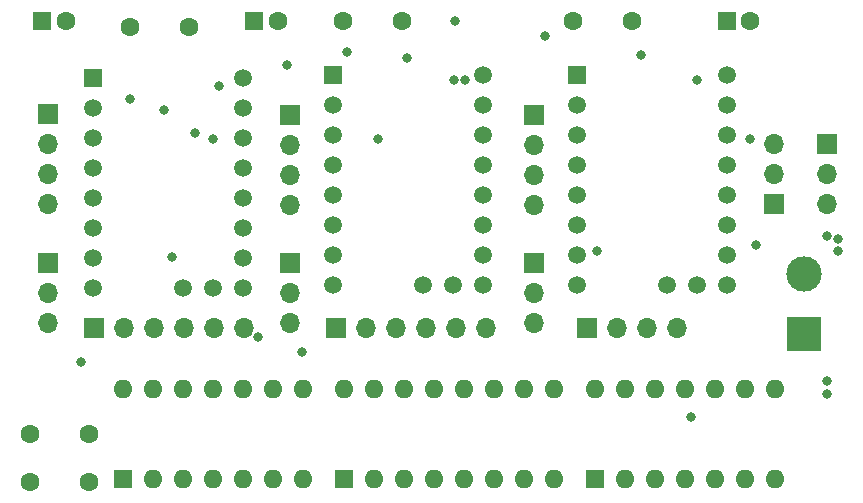
<source format=gbr>
%TF.GenerationSoftware,KiCad,Pcbnew,8.0.4-8.0.4-0~ubuntu24.04.1*%
%TF.CreationDate,2024-08-20T13:37:47+02:00*%
%TF.ProjectId,motor-driver-breakout,6d6f746f-722d-4647-9269-7665722d6272,rev?*%
%TF.SameCoordinates,Original*%
%TF.FileFunction,Copper,L3,Inr*%
%TF.FilePolarity,Positive*%
%FSLAX46Y46*%
G04 Gerber Fmt 4.6, Leading zero omitted, Abs format (unit mm)*
G04 Created by KiCad (PCBNEW 8.0.4-8.0.4-0~ubuntu24.04.1) date 2024-08-20 13:37:47*
%MOMM*%
%LPD*%
G01*
G04 APERTURE LIST*
%TA.AperFunction,ComponentPad*%
%ADD10R,1.700000X1.700000*%
%TD*%
%TA.AperFunction,ComponentPad*%
%ADD11O,1.700000X1.700000*%
%TD*%
%TA.AperFunction,ComponentPad*%
%ADD12R,3.000000X3.000000*%
%TD*%
%TA.AperFunction,ComponentPad*%
%ADD13C,3.000000*%
%TD*%
%TA.AperFunction,ComponentPad*%
%ADD14R,1.600000X1.600000*%
%TD*%
%TA.AperFunction,ComponentPad*%
%ADD15C,1.600000*%
%TD*%
%TA.AperFunction,ComponentPad*%
%ADD16C,1.508000*%
%TD*%
%TA.AperFunction,ComponentPad*%
%ADD17R,1.508000X1.508000*%
%TD*%
%TA.AperFunction,ComponentPad*%
%ADD18O,1.600000X1.600000*%
%TD*%
%TA.AperFunction,ViaPad*%
%ADD19C,0.800000*%
%TD*%
G04 APERTURE END LIST*
D10*
%TO.N,+5V*%
%TO.C,J13*%
X202200000Y-59000000D03*
D11*
X204740000Y-59000000D03*
%TO.N,GND*%
X207280000Y-59000000D03*
X209820000Y-59000000D03*
%TD*%
D12*
%TO.N,GNDPWR*%
%TO.C,J12*%
X220500000Y-59540000D03*
D13*
%TO.N,VCC*%
X220500000Y-54460000D03*
%TD*%
D14*
%TO.N,VCC*%
%TO.C,C1*%
X214000000Y-33000000D03*
D15*
%TO.N,GNDPWR*%
X216000000Y-33000000D03*
%TD*%
%TO.N,+5V*%
%TO.C,C4*%
X201000000Y-33000000D03*
%TO.N,GND*%
X206000000Y-33000000D03*
%TD*%
D16*
%TO.N,unconnected-(U6-DIAG-Pad18)*%
%TO.C,U6*%
X190810000Y-55390000D03*
%TO.N,unconnected-(U6-INDEX-Pad17)*%
X188270000Y-55390000D03*
%TO.N,/EN2*%
X193350000Y-55390000D03*
%TO.N,/MS1-2*%
X193350000Y-52850000D03*
%TO.N,/MS2-2*%
X193350000Y-50310000D03*
%TO.N,/SP2*%
X193350000Y-47770000D03*
%TO.N,/UART_RX_2*%
X193350000Y-45230000D03*
%TO.N,/UART_TX_2*%
X193350000Y-42690000D03*
%TO.N,/STEP2*%
X193350000Y-40150000D03*
%TO.N,/DIR2*%
X193350000Y-37610000D03*
%TO.N,VCC*%
X180650000Y-55390000D03*
%TO.N,GNDPWR*%
X180650000Y-52850000D03*
%TO.N,/M8*%
X180650000Y-50310000D03*
%TO.N,/M6*%
X180650000Y-47770000D03*
%TO.N,/M5*%
X180650000Y-45230000D03*
%TO.N,/M7*%
X180650000Y-42690000D03*
%TO.N,+5V*%
X180650000Y-40150000D03*
D17*
%TO.N,GNDPWR*%
X180650000Y-37610000D03*
%TD*%
D14*
%TO.N,Net-(U3A-~{EN})*%
%TO.C,U3*%
X181600000Y-71800000D03*
D18*
%TO.N,/UART_Sel_A*%
X184140000Y-71800000D03*
%TO.N,/UART_Sel_B*%
X186680000Y-71800000D03*
%TO.N,Net-(U3A-~{Q0})*%
X189220000Y-71800000D03*
%TO.N,Net-(U3A-~{Q1})*%
X191760000Y-71800000D03*
%TO.N,Net-(U3A-~{Q2})*%
X194300000Y-71800000D03*
%TO.N,Net-(U3A-~{Q3})*%
X196840000Y-71800000D03*
%TO.N,GND*%
X199380000Y-71800000D03*
%TO.N,unconnected-(U3B-~{Q3}-Pad9)*%
X199380000Y-64180000D03*
%TO.N,unconnected-(U3B-~{Q2}-Pad10)*%
X196840000Y-64180000D03*
%TO.N,unconnected-(U3B-~{Q1}-Pad11)*%
X194300000Y-64180000D03*
%TO.N,unconnected-(U3B-~{Q0}-Pad12)*%
X191760000Y-64180000D03*
%TO.N,unconnected-(U3B-B-Pad13)*%
X189220000Y-64180000D03*
%TO.N,unconnected-(U3B-A-Pad14)*%
X186680000Y-64180000D03*
%TO.N,+5V*%
X184140000Y-64180000D03*
X181600000Y-64180000D03*
%TD*%
D10*
%TO.N,/UART_TX_4*%
%TO.C,J1*%
X218000000Y-48540000D03*
D11*
%TO.N,/UART_RX_4*%
X218000000Y-46000000D03*
%TO.N,GND*%
X218000000Y-43460000D03*
%TD*%
D10*
%TO.N,/M1*%
%TO.C,J7*%
X156500000Y-40905000D03*
D11*
%TO.N,/M2*%
X156500000Y-43445000D03*
%TO.N,/M3*%
X156500000Y-45985000D03*
%TO.N,/M4*%
X156500000Y-48525000D03*
%TD*%
D15*
%TO.N,+5V*%
%TO.C,C2*%
X181500000Y-33000000D03*
%TO.N,GND*%
X186500000Y-33000000D03*
%TD*%
%TO.N,+5V*%
%TO.C,C6*%
X163500000Y-33500000D03*
%TO.N,GND*%
X168500000Y-33500000D03*
%TD*%
D14*
%TO.N,Net-(U3A-~{Q3})*%
%TO.C,U2*%
X202875000Y-71800000D03*
D18*
%TO.N,+5V*%
X205415000Y-71800000D03*
%TO.N,/UART_RX_4*%
X207955000Y-71800000D03*
%TO.N,/UART_RX_3*%
X210495000Y-71800000D03*
%TO.N,Net-(U3A-~{Q2})*%
X213035000Y-71800000D03*
%TO.N,+5V*%
X215575000Y-71800000D03*
%TO.N,GND*%
X218115000Y-71800000D03*
%TO.N,Net-(U3A-~{Q1})*%
X218115000Y-64180000D03*
%TO.N,+5V*%
X215575000Y-64180000D03*
%TO.N,/UART_RX_2*%
X213035000Y-64180000D03*
%TO.N,/UART_RX_1*%
X210495000Y-64180000D03*
%TO.N,Net-(U3A-~{Q0})*%
X207955000Y-64180000D03*
%TO.N,+5V*%
X205415000Y-64180000D03*
X202875000Y-64180000D03*
%TD*%
D10*
%TO.N,/SP1*%
%TO.C,J10*%
X222500000Y-43460000D03*
D11*
%TO.N,/SP2*%
X222500000Y-46000000D03*
%TO.N,/SP3*%
X222500000Y-48540000D03*
%TD*%
D10*
%TO.N,/UART_TX_COM*%
%TO.C,J11*%
X160420000Y-59000000D03*
D11*
%TO.N,/UART_RX_COM*%
X162960000Y-59000000D03*
%TO.N,/UART_Sel_A*%
X165500000Y-59000000D03*
%TO.N,/UART_Sel_B*%
X168040000Y-59000000D03*
%TO.N,/UART_EN*%
X170580000Y-59000000D03*
%TO.N,GND*%
X173120000Y-59000000D03*
%TD*%
D10*
%TO.N,/M5*%
%TO.C,J8*%
X177000000Y-40945000D03*
D11*
%TO.N,/M6*%
X177000000Y-43485000D03*
%TO.N,/M7*%
X177000000Y-46025000D03*
%TO.N,/M8*%
X177000000Y-48565000D03*
%TD*%
D14*
%TO.N,VCC*%
%TO.C,C5*%
X156044888Y-33000000D03*
D15*
%TO.N,GNDPWR*%
X158044888Y-33000000D03*
%TD*%
D14*
%TO.N,+5V*%
%TO.C,U5*%
X162875000Y-71800000D03*
D18*
%TO.N,/UART_EN*%
X165415000Y-71800000D03*
%TO.N,/~{UART_EN}*%
X167955000Y-71800000D03*
%TO.N,Net-(U3A-~{EN})*%
X170495000Y-71800000D03*
%TO.N,/UART_RX_COM*%
X173035000Y-71800000D03*
%TO.N,/UART_EN*%
X175575000Y-71800000D03*
%TO.N,GND*%
X178115000Y-71800000D03*
X178115000Y-64180000D03*
X175575000Y-64180000D03*
%TO.N,unconnected-(U5-Pad10)*%
X173035000Y-64180000D03*
%TO.N,unconnected-(U5-Pad11)*%
X170495000Y-64180000D03*
%TO.N,GND*%
X167955000Y-64180000D03*
X165415000Y-64180000D03*
%TO.N,+5V*%
X162875000Y-64180000D03*
%TD*%
D10*
%TO.N,/MS1-1*%
%TO.C,J4*%
X180880000Y-59000000D03*
D11*
%TO.N,/MS2-1*%
X183420000Y-59000000D03*
%TO.N,/MS1-2*%
X185960000Y-59000000D03*
%TO.N,/MS2-2*%
X188500000Y-59000000D03*
%TO.N,/MS1-3*%
X191040000Y-59000000D03*
%TO.N,/MS2-3*%
X193580000Y-59000000D03*
%TD*%
D17*
%TO.N,GNDPWR*%
%TO.C,U7*%
X201300000Y-37610000D03*
D16*
%TO.N,+5V*%
X201300000Y-40150000D03*
%TO.N,/M11*%
X201300000Y-42690000D03*
%TO.N,/M9*%
X201300000Y-45230000D03*
%TO.N,/M10*%
X201300000Y-47770000D03*
%TO.N,/M12*%
X201300000Y-50310000D03*
%TO.N,GNDPWR*%
X201300000Y-52850000D03*
%TO.N,VCC*%
X201300000Y-55390000D03*
%TO.N,/DIR3*%
X214000000Y-37610000D03*
%TO.N,/STEP3*%
X214000000Y-40150000D03*
%TO.N,/UART_TX_3*%
X214000000Y-42690000D03*
%TO.N,/UART_RX_3*%
X214000000Y-45230000D03*
%TO.N,/SP3*%
X214000000Y-47770000D03*
%TO.N,/MS2-3*%
X214000000Y-50310000D03*
%TO.N,/MS1-3*%
X214000000Y-52850000D03*
%TO.N,/EN3*%
X214000000Y-55390000D03*
%TO.N,unconnected-(U7-INDEX-Pad17)*%
X208920000Y-55390000D03*
%TO.N,unconnected-(U7-DIAG-Pad18)*%
X211460000Y-55390000D03*
%TD*%
D10*
%TO.N,/STEP1*%
%TO.C,J5*%
X156500000Y-53525000D03*
D11*
%TO.N,/STEP2*%
X156500000Y-56065000D03*
%TO.N,/STEP3*%
X156500000Y-58605000D03*
%TD*%
D14*
%TO.N,VCC*%
%TO.C,C3*%
X174000000Y-33000000D03*
D15*
%TO.N,GNDPWR*%
X176000000Y-33000000D03*
%TD*%
%TO.N,+5V*%
%TO.C,C8*%
X160000000Y-68000000D03*
%TO.N,GND*%
X155000000Y-68000000D03*
%TD*%
D10*
%TO.N,/EN1*%
%TO.C,J3*%
X177000000Y-53525000D03*
D11*
%TO.N,/EN2*%
X177000000Y-56065000D03*
%TO.N,/EN3*%
X177000000Y-58605000D03*
%TD*%
D10*
%TO.N,/M9*%
%TO.C,J9*%
X197650000Y-40945000D03*
D11*
%TO.N,/M10*%
X197650000Y-43485000D03*
%TO.N,/M11*%
X197650000Y-46025000D03*
%TO.N,/M12*%
X197650000Y-48565000D03*
%TD*%
D15*
%TO.N,+5V*%
%TO.C,C7*%
X160000000Y-72000000D03*
%TO.N,GND*%
X155000000Y-72000000D03*
%TD*%
D10*
%TO.N,/DIR1*%
%TO.C,J6*%
X197650000Y-53485000D03*
D11*
%TO.N,/DIR2*%
X197650000Y-56025000D03*
%TO.N,/DIR3*%
X197650000Y-58565000D03*
%TD*%
D17*
%TO.N,GNDPWR*%
%TO.C,U4*%
X160300000Y-37800000D03*
D16*
%TO.N,+5V*%
X160300000Y-40340000D03*
%TO.N,/M3*%
X160300000Y-42880000D03*
%TO.N,/M1*%
X160300000Y-45420000D03*
%TO.N,/M2*%
X160300000Y-47960000D03*
%TO.N,/M4*%
X160300000Y-50500000D03*
%TO.N,GNDPWR*%
X160300000Y-53040000D03*
%TO.N,VCC*%
X160300000Y-55580000D03*
%TO.N,/DIR1*%
X173000000Y-37800000D03*
%TO.N,/STEP1*%
X173000000Y-40340000D03*
%TO.N,/UART_TX_1*%
X173000000Y-42880000D03*
%TO.N,/UART_RX_1*%
X173000000Y-45420000D03*
%TO.N,/SP1*%
X173000000Y-47960000D03*
%TO.N,/MS2-1*%
X173000000Y-50500000D03*
%TO.N,/MS1-1*%
X173000000Y-53040000D03*
%TO.N,/EN1*%
X173000000Y-55580000D03*
%TO.N,unconnected-(U4-INDEX-Pad17)*%
X167920000Y-55580000D03*
%TO.N,unconnected-(U4-DIAG-Pad18)*%
X170460000Y-55580000D03*
%TD*%
D19*
%TO.N,GND*%
X159325000Y-61874400D03*
%TO.N,/UART_TX_2*%
X170500000Y-43000000D03*
%TO.N,+5V*%
X178000000Y-61000000D03*
%TO.N,GND*%
X222495710Y-64555000D03*
X210959682Y-66540318D03*
%TO.N,VCC*%
X191000000Y-33000000D03*
X186893200Y-36169600D03*
X184500000Y-43000000D03*
%TO.N,/DIR1*%
X176739859Y-36739859D03*
%TO.N,+5V*%
X198620521Y-34297477D03*
%TO.N,GNDPWR*%
X206705200Y-35915600D03*
%TO.N,+5V*%
X181864000Y-35600000D03*
%TO.N,GNDPWR*%
X222500000Y-63500000D03*
%TO.N,+5V*%
X169000000Y-42500000D03*
X163500000Y-39586000D03*
%TO.N,/STEP1*%
X171000000Y-38500000D03*
%TO.N,/SP1*%
X223425000Y-52500000D03*
%TO.N,/UART_RX_1*%
X216500000Y-52000000D03*
%TO.N,/SP2*%
X223425000Y-51500000D03*
%TO.N,/SP3*%
X222500000Y-51175000D03*
%TO.N,/UART_Sel_B*%
X167000000Y-53000000D03*
X166325000Y-40500000D03*
%TO.N,/UART_TX_3*%
X211500000Y-38000000D03*
%TO.N,/UART_Sel_A*%
X174286458Y-59774198D03*
%TO.N,/UART_RX_1*%
X191820800Y-37964000D03*
X203000000Y-52500000D03*
%TO.N,/STEP3*%
X216000000Y-43000000D03*
%TO.N,/UART_RX_2*%
X190866207Y-37964000D03*
%TD*%
M02*

</source>
